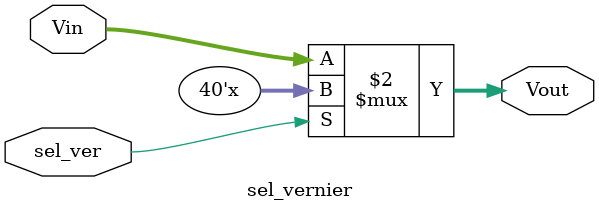
<source format=v>
module sel_vernier(Vin,sel_ver,Vout);
    input [39:0] Vin;
    input sel_ver;
    output [39:0] Vout;


assign Vout=(sel_ver==0)? Vin[39:0]:40'hzzzzzzzzzz;


endmodule

</source>
